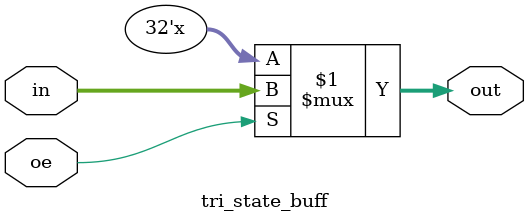
<source format=v>
module tri_state_buff(out, in, oe);
	input [31:0] in;
	input oe;
	output [31:0] out;
	
	assign out = oe ? in : 32'bz;
endmodule

</source>
